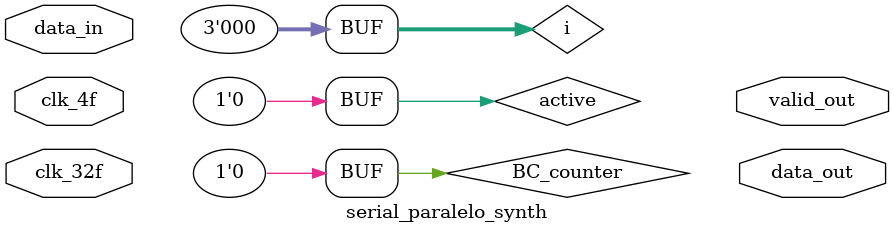
<source format=v>
/* Generated by Yosys 0.9 (git sha1 1979e0b) */

(* top =  1  *)
(* src = "lib/serial_paralelo.v:1" *)
module serial_paralelo_synth(data_in, clk_4f, clk_32f, valid_out, data_out);
  (* src = "lib/serial_paralelo.v:6" *)
  wire BC_counter;
  (* src = "lib/serial_paralelo.v:7" *)
  wire active;
  (* src = "lib/serial_paralelo.v:3" *)
  input clk_32f;
  (* src = "lib/serial_paralelo.v:2" *)
  input clk_4f;
  (* src = "lib/serial_paralelo.v:1" *)
  input data_in;
  (* src = "lib/serial_paralelo.v:5" *)
  output [7:0] data_out;
  (* src = "lib/serial_paralelo.v:9" *)
  wire [2:0] i;
  (* src = "lib/serial_paralelo.v:4" *)
  output valid_out;
  assign BC_counter = 1'h0;
  assign active = 1'h0;
  assign i = 3'h0;
endmodule

</source>
